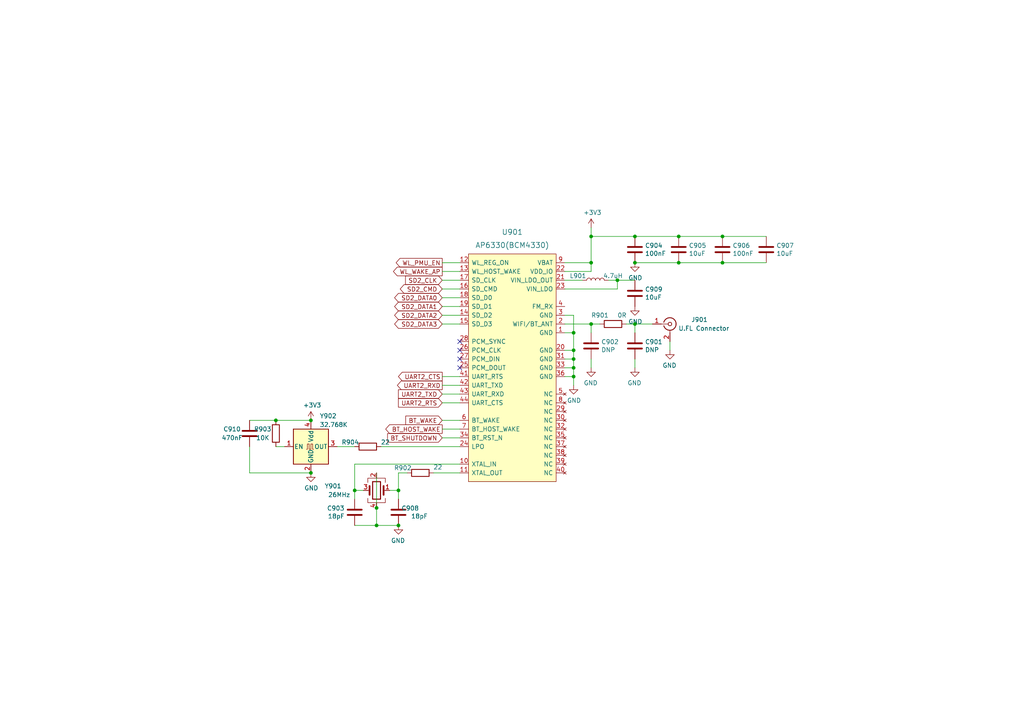
<source format=kicad_sch>
(kicad_sch (version 20211123) (generator eeschema)
  (paper "A4")
  (title_block (title "NekoInk Mainboard") (date "2021-09-28") (rev "R0.2") (company "Copyright 2021 Wenting Zhang") (comment 2 "MERCHANTABILITY, SATISFACTORY QUALITY AND FITNESS FOR A PARTICULAR PURPOSE.") (comment 3 "This source is distributed WITHOUT ANY EXPRESS OR IMPLIED WARRANTY, INCLUDING OF") (comment 4 "This source describes Open Hardware and is licensed under the CERN-OHL-P v2."))
  (lib_symbols
    (symbol "Connector:Conn_Coaxial" (pin_names (offset 1.016) hide)
      (property "Reference" "J" (at 0.254 3.048 0))
      (property "Value" "Conn_Coaxial" (at 2.921 0 90))
      (symbol "Conn_Coaxial_0_1"
        (arc (start -1.778 -0.508) (mid 0.2311 -1.8066) (end 1.778 0) (stroke (width 0.254)))
        (polyline (pts (xy -2.54 0) (xy -0.508 0)))
        (polyline (pts (xy 0 -2.54) (xy 0 -1.778)))
        (circle (center 0 0) (radius 0.508) (stroke (width 0.2032)))
        (arc (start 1.778 0) (mid 0.2099 1.8101) (end -1.778 0.508) (stroke (width 0.254)))
      )
      (symbol "Conn_Coaxial_1_1"
        (pin passive line (at -5.08 0 0) (length 2.54) (name "In") (number "1"))
        (pin passive line (at 0 -5.08 90) (length 2.54) (name "Ext") (number "2"))
      )
    )
    (symbol "Device:C" (pin_numbers hide) (pin_names (offset 0.254))
      (property "Reference" "C" (at 0.635 2.54 0))
      (property "Value" "C" (at 0.635 -2.54 0))
      (symbol "C_0_1"
        (polyline (pts (xy -2.032 -0.762) (xy 2.032 -0.762)) (stroke (width 0.508)))
        (polyline (pts (xy -2.032 0.762) (xy 2.032 0.762)) (stroke (width 0.508)))
      )
      (symbol "C_1_1"
        (pin passive line (at 0 3.81 270) (length 2.794) (name "~") (number "1"))
        (pin passive line (at 0 -3.81 90) (length 2.794) (name "~") (number "2"))
      )
    )
    (symbol "Device:Crystal_GND24" (pin_names (offset 1.016) hide)
      (property "Reference" "Y" (at 3.175 5.08 0))
      (property "Value" "Crystal_GND24" (at 3.175 3.175 0))
      (symbol "Crystal_GND24_0_1"
        (rectangle (start -1.143 2.54) (end 1.143 -2.54) (stroke (width 0.3048)))
        (polyline (pts (xy -2.54 0) (xy -2.032 0)))
        (polyline (pts (xy -2.032 -1.27) (xy -2.032 1.27)) (stroke (width 0.508)))
        (polyline (pts (xy 0 -3.81) (xy 0 -3.556)))
        (polyline (pts (xy 0 3.556) (xy 0 3.81)))
        (polyline (pts (xy 2.032 -1.27) (xy 2.032 1.27)) (stroke (width 0.508)))
        (polyline (pts (xy 2.032 0) (xy 2.54 0)))
        (polyline (pts (xy -2.54 -2.286) (xy -2.54 -3.556) (xy 2.54 -3.556) (xy 2.54 -2.286)))
        (polyline (pts (xy -2.54 2.286) (xy -2.54 3.556) (xy 2.54 3.556) (xy 2.54 2.286)))
      )
      (symbol "Crystal_GND24_1_1"
        (pin passive line (at -3.81 0 0) (length 1.27) (name "1") (number "1"))
        (pin passive line (at 0 5.08 270) (length 1.27) (name "2") (number "2"))
        (pin passive line (at 3.81 0 180) (length 1.27) (name "3") (number "3"))
        (pin passive line (at 0 -5.08 90) (length 1.27) (name "4") (number "4"))
      )
    )
    (symbol "Device:L" (pin_numbers hide) (pin_names (offset 1.016) hide)
      (property "Reference" "L" (at -1.27 0 90))
      (property "Value" "L" (at 1.905 0 90))
      (symbol "L_0_1"
        (arc (start 0 -2.54) (mid 0.635 -1.905) (end 0 -1.27))
        (arc (start 0 -1.27) (mid 0.635 -0.635) (end 0 0))
        (arc (start 0 0) (mid 0.635 0.635) (end 0 1.27))
        (arc (start 0 1.27) (mid 0.635 1.905) (end 0 2.54))
      )
      (symbol "L_1_1"
        (pin passive line (at 0 3.81 270) (length 1.27) (name "1") (number "1"))
        (pin passive line (at 0 -3.81 90) (length 1.27) (name "2") (number "2"))
      )
    )
    (symbol "Device:R" (pin_numbers hide) (pin_names (offset 0))
      (property "Reference" "R" (at 2.032 0 90))
      (property "Value" "R" (at 0 0 90))
      (symbol "R_0_1"
        (rectangle (start -1.016 -2.54) (end 1.016 2.54) (stroke (width 0.254)))
      )
      (symbol "R_1_1"
        (pin passive line (at 0 3.81 270) (length 1.27) (name "~") (number "1"))
        (pin passive line (at 0 -3.81 90) (length 1.27) (name "~") (number "2"))
      )
    )
    (symbol "Oscillator:ASE-xxxMHz" (pin_names (offset 0.254))
      (property "Reference" "X" (at -5.08 6.35 0))
      (property "Value" "ASE-xxxMHz" (at 1.27 -6.35 0))
      (symbol "ASE-xxxMHz_0_1"
        (rectangle (start -5.08 5.08) (end 5.08 -5.08) (stroke (width 0.254)) (fill (type background)))
        (polyline (pts (xy -1.27 -0.762) (xy -1.016 -0.762) (xy -1.016 0.762) (xy -0.508 0.762) (xy -0.508 -0.762) (xy 0 -0.762) (xy 0 0.762) (xy 0.508 0.762) (xy 0.508 -0.762) (xy 0.762 -0.762)))
      )
      (symbol "ASE-xxxMHz_1_1"
        (pin input line (at -7.62 0 0) (length 2.54) (name "EN") (number "1"))
        (pin power_in line (at 0 -7.62 90) (length 2.54) (name "GND") (number "2"))
        (pin output line (at 7.62 0 180) (length 2.54) (name "OUT") (number "3"))
        (pin power_in line (at 0 7.62 270) (length 2.54) (name "Vdd") (number "4"))
      )
    )
    (symbol "power:+3V3" (power) (pin_names (offset 0))
      (property "Value" "+3V3" (at 0 3.556 0))
      (symbol "+3V3_0_1"
        (polyline (pts (xy -0.762 1.27) (xy 0 2.54)))
        (polyline (pts (xy 0 0) (xy 0 2.54)))
        (polyline (pts (xy 0 2.54) (xy 0.762 1.27)))
      )
      (symbol "+3V3_1_1"
        (pin power_in line (at 0 0 90) (length 0) hide (name "+3V3") (number "1"))
      )
    )
    (symbol "power:GND" (power) (pin_names (offset 0))
      (property "Value" "GND" (at 0 -3.81 0))
      (symbol "GND_0_1"
        (polyline (pts (xy 0 0) (xy 0 -1.27) (xy 1.27 -1.27) (xy 0 -2.54) (xy -1.27 -1.27) (xy 0 -1.27)))
      )
      (symbol "GND_1_1"
        (pin power_in line (at 0 0 270) (length 0) hide (name "GND") (number "1"))
      )
    )
    (symbol "symbols:AP6330(BCM4330)" (pin_names (offset 0.889))
      (property "Reference" "U" (at -10.16 34.925 0))
      (property "Value" "AP6330(BCM4330)" (at 0 -34.925 0))
      (symbol "AP6330(BCM4330)_0_1"
        (rectangle (start 12.7 33.02) (end -12.7 -33.02) (fill (type background)))
      )
      (symbol "AP6330(BCM4330)_1_1"
        (pin power_in line (at 15.24 10.16 180) (length 2.4892) (name "GND") (number "1"))
        (pin input line (at -15.24 -27.94 0) (length 2.4892) (name "XTAL_IN") (number "10"))
        (pin output line (at -15.24 -30.48 0) (length 2.4892) (name "XTAL_OUT") (number "11"))
        (pin input line (at -15.24 30.48 0) (length 2.4892) (name "WL_REG_ON") (number "12"))
        (pin output line (at -15.24 27.94 0) (length 2.4892) (name "WL_HOST_WAKE") (number "13"))
        (pin bidirectional line (at -15.24 15.24 0) (length 2.4892) (name "SD_D2") (number "14"))
        (pin bidirectional line (at -15.24 12.7 0) (length 2.4892) (name "SD_D3") (number "15"))
        (pin bidirectional line (at -15.24 22.86 0) (length 2.4892) (name "SD_CMD") (number "16"))
        (pin input line (at -15.24 25.4 0) (length 2.4892) (name "SD_CLK") (number "17"))
        (pin bidirectional line (at -15.24 20.32 0) (length 2.4892) (name "SD_D0") (number "18"))
        (pin bidirectional line (at -15.24 17.78 0) (length 2.4892) (name "SD_D1") (number "19"))
        (pin bidirectional line (at 15.24 12.7 180) (length 2.4892) (name "WIFI/BT_ANT") (number "2"))
        (pin power_in line (at 15.24 5.08 180) (length 2.4892) (name "GND") (number "20"))
        (pin power_out line (at 15.24 25.4 180) (length 2.4892) (name "VIN_LDO_OUT") (number "21"))
        (pin power_in line (at 15.24 27.94 180) (length 2.4892) (name "VDD_IO") (number "22"))
        (pin power_in line (at 15.24 22.86 180) (length 2.4892) (name "VIN_LDO") (number "23"))
        (pin bidirectional line (at -15.24 -22.86 0) (length 2.4892) (name "LPO") (number "24"))
        (pin output line (at -15.24 0 0) (length 2.4892) (name "PCM_DOUT") (number "25"))
        (pin input line (at -15.24 5.08 0) (length 2.4892) (name "PCM_CLK") (number "26"))
        (pin input line (at -15.24 2.54 0) (length 2.4892) (name "PCM_DIN") (number "27"))
        (pin input line (at -15.24 7.62 0) (length 2.4892) (name "PCM_SYNC") (number "28"))
        (pin no_connect line (at 15.24 -12.7 180) (length 2.4892) (name "NC") (number "29"))
        (pin power_in line (at 15.24 15.24 180) (length 2.4892) (name "GND") (number "3"))
        (pin no_connect line (at 15.24 -15.24 180) (length 2.4892) (name "NC") (number "30"))
        (pin power_in line (at 15.24 2.54 180) (length 2.4892) (name "GND") (number "31"))
        (pin no_connect line (at 15.24 -17.78 180) (length 2.4892) (name "NC") (number "32"))
        (pin power_in line (at 15.24 0 180) (length 2.4892) (name "GND") (number "33"))
        (pin input line (at -15.24 -20.32 0) (length 2.4892) (name "BT_RST_N") (number "34"))
        (pin no_connect line (at 15.24 -20.32 180) (length 2.4892) (name "NC") (number "35"))
        (pin power_in line (at 15.24 -2.54 180) (length 2.4892) (name "GND") (number "36"))
        (pin no_connect line (at 15.24 -22.86 180) (length 2.4892) (name "NC") (number "37"))
        (pin no_connect line (at 15.24 -25.4 180) (length 2.4892) (name "NC") (number "38"))
        (pin no_connect line (at 15.24 -27.94 180) (length 2.4892) (name "NC") (number "39"))
        (pin input line (at 15.24 17.78 180) (length 2.4892) (name "FM_RX") (number "4"))
        (pin no_connect line (at 15.24 -30.48 180) (length 2.4892) (name "NC") (number "40"))
        (pin output line (at -15.24 -2.54 0) (length 2.4892) (name "UART_RTS") (number "41"))
        (pin output line (at -15.24 -5.08 0) (length 2.4892) (name "UART_TXD") (number "42"))
        (pin input line (at -15.24 -7.62 0) (length 2.4892) (name "UART_RXD") (number "43"))
        (pin input line (at -15.24 -10.16 0) (length 2.4892) (name "UART_CTS") (number "44"))
        (pin no_connect line (at 15.24 -7.62 180) (length 2.4892) (name "NC") (number "5"))
        (pin input line (at -15.24 -15.24 0) (length 2.4892) (name "BT_WAKE") (number "6"))
        (pin output line (at -15.24 -17.78 0) (length 2.4892) (name "BT_HOST_WAKE") (number "7"))
        (pin no_connect line (at 15.24 -10.16 180) (length 2.4892) (name "NC") (number "8"))
        (pin power_in line (at 15.24 30.48 180) (length 2.4892) (name "VBAT") (number "9"))
      )
    )
  )
  (junction (at 115.57 152.4) (diameter 0.9144))
  (junction (at 166.37 101.6))
  (junction (at 171.45 68.58))
  (junction (at 166.37 96.52))
  (junction (at 171.45 93.98) (diameter 0.9144))
  (junction (at 184.15 68.58))
  (junction (at 184.15 76.2))
  (junction (at 80.01 121.92))
  (junction (at 90.17 121.92))
  (junction (at 166.37 106.68) (diameter 0.9144))
  (junction (at 109.22 152.4) (diameter 0.9144))
  (junction (at 109.22 147.32) (diameter 0.9144))
  (junction (at 196.85 68.58))
  (junction (at 166.37 109.22) (diameter 0.9144))
  (junction (at 90.17 137.16))
  (junction (at 184.15 93.98))
  (junction (at 209.55 68.58))
  (junction (at 171.45 76.2) (diameter 0.9144))
  (junction (at 179.07 81.28))
  (junction (at 115.57 142.24) (diameter 0.9144))
  (junction (at 209.55 76.2))
  (junction (at 102.87 142.24))
  (junction (at 196.85 76.2))
  (junction (at 166.37 104.14) (diameter 0.9144))
  (no_connect (at 133.35 101.6))
  (no_connect (at 133.35 106.68))
  (no_connect (at 133.35 99.06))
  (no_connect (at 133.35 104.14))
  (wire (pts (xy 166.37 109.22) (xy 166.37 111.76)))
  (wire (pts (xy 128.27 124.46) (xy 133.35 124.46)))
  (wire (pts (xy 189.23 93.98) (xy 184.15 93.98)))
  (wire (pts (xy 72.39 121.92) (xy 80.01 121.92)))
  (wire (pts (xy 102.87 142.24) (xy 105.41 142.24)))
  (wire (pts (xy 163.83 96.52) (xy 166.37 96.52)))
  (wire (pts (xy 109.22 137.16) (xy 109.22 147.32)))
  (wire (pts (xy 102.87 144.78) (xy 102.87 142.24)))
  (wire (pts (xy 194.31 101.6) (xy 194.31 99.06)))
  (wire (pts (xy 115.57 144.78) (xy 115.57 142.24)))
  (wire (pts (xy 80.01 129.54) (xy 82.55 129.54)))
  (wire (pts (xy 222.25 76.2) (xy 209.55 76.2)))
  (wire (pts (xy 128.27 91.44) (xy 133.35 91.44)))
  (wire (pts (xy 171.45 96.52) (xy 171.45 93.98)))
  (wire (pts (xy 128.27 78.74) (xy 133.35 78.74)))
  (wire (pts (xy 196.85 76.2) (xy 209.55 76.2)))
  (wire (pts (xy 166.37 101.6) (xy 166.37 104.14)))
  (wire (pts (xy 102.87 134.62) (xy 133.35 134.62)))
  (wire (pts (xy 128.27 127) (xy 133.35 127)))
  (wire (pts (xy 166.37 106.68) (xy 166.37 109.22)))
  (wire (pts (xy 171.45 68.58) (xy 184.15 68.58)))
  (wire (pts (xy 184.15 68.58) (xy 196.85 68.58)))
  (wire (pts (xy 196.85 68.58) (xy 209.55 68.58)))
  (wire (pts (xy 209.55 68.58) (xy 222.25 68.58)))
  (wire (pts (xy 171.45 66.04) (xy 171.45 68.58)))
  (wire (pts (xy 171.45 68.58) (xy 171.45 76.2)))
  (wire (pts (xy 163.83 93.98) (xy 171.45 93.98)))
  (wire (pts (xy 115.57 142.24) (xy 115.57 137.16)))
  (wire (pts (xy 128.27 114.3) (xy 133.35 114.3)))
  (wire (pts (xy 102.87 134.62) (xy 102.87 142.24)))
  (wire (pts (xy 163.83 78.74) (xy 171.45 78.74)))
  (wire (pts (xy 102.87 152.4) (xy 109.22 152.4)))
  (wire (pts (xy 176.53 81.28) (xy 179.07 81.28)))
  (wire (pts (xy 179.07 81.28) (xy 179.07 83.82)))
  (wire (pts (xy 179.07 83.82) (xy 163.83 83.82)))
  (wire (pts (xy 128.27 88.9) (xy 133.35 88.9)))
  (wire (pts (xy 163.83 104.14) (xy 166.37 104.14)))
  (wire (pts (xy 72.39 137.16) (xy 90.17 137.16)))
  (wire (pts (xy 184.15 96.52) (xy 184.15 93.98)))
  (wire (pts (xy 128.27 86.36) (xy 133.35 86.36)))
  (wire (pts (xy 163.83 91.44) (xy 166.37 91.44)))
  (wire (pts (xy 166.37 91.44) (xy 166.37 96.52)))
  (wire (pts (xy 166.37 96.52) (xy 166.37 101.6)))
  (wire (pts (xy 171.45 104.14) (xy 171.45 106.68)))
  (wire (pts (xy 113.03 142.24) (xy 115.57 142.24)))
  (wire (pts (xy 163.83 106.68) (xy 166.37 106.68)))
  (wire (pts (xy 80.01 121.92) (xy 90.17 121.92)))
  (wire (pts (xy 128.27 121.92) (xy 133.35 121.92)))
  (wire (pts (xy 128.27 116.84) (xy 133.35 116.84)))
  (wire (pts (xy 171.45 76.2) (xy 171.45 78.74)))
  (wire (pts (xy 179.07 81.28) (xy 184.15 81.28)))
  (wire (pts (xy 72.39 129.54) (xy 72.39 137.16)))
  (wire (pts (xy 163.83 109.22) (xy 166.37 109.22)))
  (wire (pts (xy 171.45 93.98) (xy 173.99 93.98)))
  (wire (pts (xy 166.37 104.14) (xy 166.37 106.68)))
  (wire (pts (xy 163.83 81.28) (xy 168.91 81.28)))
  (wire (pts (xy 181.61 93.98) (xy 184.15 93.98)))
  (wire (pts (xy 196.85 76.2) (xy 184.15 76.2)))
  (wire (pts (xy 163.83 101.6) (xy 166.37 101.6)))
  (wire (pts (xy 109.22 152.4) (xy 115.57 152.4)))
  (wire (pts (xy 109.22 147.32) (xy 109.22 152.4)))
  (wire (pts (xy 102.87 129.54) (xy 97.79 129.54)))
  (wire (pts (xy 128.27 111.76) (xy 133.35 111.76)))
  (wire (pts (xy 128.27 83.82) (xy 133.35 83.82)))
  (wire (pts (xy 128.27 93.98) (xy 133.35 93.98)))
  (wire (pts (xy 128.27 76.2) (xy 133.35 76.2)))
  (wire (pts (xy 184.15 104.14) (xy 184.15 106.68)))
  (wire (pts (xy 128.27 109.22) (xy 133.35 109.22)))
  (wire (pts (xy 128.27 81.28) (xy 133.35 81.28)))
  (wire (pts (xy 163.83 76.2) (xy 171.45 76.2)))
  (wire (pts (xy 115.57 137.16) (xy 118.11 137.16)))
  (wire (pts (xy 125.73 137.16) (xy 133.35 137.16)))
  (wire (pts (xy 110.49 129.54) (xy 133.35 129.54)))
  (global_label "UART2_RTS" (shape input) (at 128.27 116.84 180) (property "Intersheet References" "${INTERSHEET_REFS}" (effects hide)))
  (global_label "UART2_RXD" (shape output) (at 128.27 111.76 180) (property "Intersheet References" "${INTERSHEET_REFS}" (effects hide)))
  (global_label "SD2_DATA0" (shape bidirectional) (at 128.27 86.36 180) (property "Intersheet References" "${INTERSHEET_REFS}" (effects hide)))
  (global_label "SD2_DATA2" (shape bidirectional) (at 128.27 91.44 180) (property "Intersheet References" "${INTERSHEET_REFS}" (effects hide)))
  (global_label "SD2_CLK" (shape input) (at 128.27 81.28 180) (property "Intersheet References" "${INTERSHEET_REFS}" (effects hide)))
  (global_label "UART2_TXD" (shape input) (at 128.27 114.3 180) (property "Intersheet References" "${INTERSHEET_REFS}" (effects hide)))
  (global_label "WL_PMU_EN" (shape output) (at 128.27 76.2 180) (property "Intersheet References" "${INTERSHEET_REFS}" (effects hide)))
  (global_label "BT_HOST_WAKE" (shape output) (at 128.27 124.46 180) (property "Intersheet References" "${INTERSHEET_REFS}" (effects hide)))
  (global_label "SD2_CMD" (shape bidirectional) (at 128.27 83.82 180) (property "Intersheet References" "${INTERSHEET_REFS}" (effects hide)))
  (global_label "BT_SHUTDOWN" (shape input) (at 128.27 127 180) (property "Intersheet References" "${INTERSHEET_REFS}" (effects hide)))
  (global_label "BT_WAKE" (shape input) (at 128.27 121.92 180) (property "Intersheet References" "${INTERSHEET_REFS}" (effects hide)))
  (global_label "WL_WAKE_AP" (shape output) (at 128.27 78.74 180) (property "Intersheet References" "${INTERSHEET_REFS}" (effects hide)))
  (global_label "SD2_DATA3" (shape bidirectional) (at 128.27 93.98 180) (property "Intersheet References" "${INTERSHEET_REFS}" (effects hide)))
  (global_label "UART2_CTS" (shape output) (at 128.27 109.22 180) (property "Intersheet References" "${INTERSHEET_REFS}" (effects hide)))
  (global_label "SD2_DATA1" (shape bidirectional) (at 128.27 88.9 180) (property "Intersheet References" "${INTERSHEET_REFS}" (effects hide)))
  (symbol (lib_id "Device:C") (at 102.87 148.59 0) (mirror y) (unit 1)
    (property "Reference" "C903" (at 99.949 147.4216 0) (effects (justify left)))
    (property "Value" "18pF" (at 99.949 149.733 0) (effects (justify left)))
    (property "Footprint" "Capacitor_SMD:C_0402_1005Metric" (effects hide))
  )
  (symbol (lib_id "power:GND") (at 184.15 88.9 0) (unit 1)
    (property "Reference" "#PWR0908" (effects hide))
    (property "Value" "GND" (at 184.277 93.2942 0))
  )
  (symbol (lib_id "power:GND") (at 166.37 111.76 0) (unit 1)
    (property "Reference" "#PWR0905" (effects hide))
    (property "Value" "GND" (at 166.497 116.1542 0))
  )
  (symbol (lib_id "power:GND") (at 184.15 76.2 0) (unit 1)
    (property "Reference" "#PWR0907" (effects hide))
    (property "Value" "GND" (at 184.277 80.5942 0))
  )
  (symbol (lib_id "Device:R") (at 177.8 93.98 270) (unit 1)
    (property "Reference" "R901" (at 171.45 91.44 90) (effects (justify left)))
    (property "Value" "0R" (at 179.07 91.44 90) (effects (justify left)))
    (property "Footprint" "Resistor_SMD:R_0402_1005Metric" (effects hide))
  )
  (symbol (lib_id "Device:C") (at 209.55 72.39 0) (unit 1)
    (property "Reference" "C906" (at 212.471 71.2216 0) (effects (justify left)))
    (property "Value" "100nF" (at 212.471 73.533 0) (effects (justify left)))
    (property "Footprint" "Capacitor_SMD:C_0402_1005Metric" (effects hide))
  )
  (symbol (lib_id "Oscillator:ASE-xxxMHz") (at 90.17 129.54 0) (unit 1)
    (property "Reference" "Y902" (at 92.71 120.65 0) (effects (justify left)))
    (property "Value" "32.768K" (at 92.71 123.19 0) (effects (justify left)))
    (property "Footprint" "Oscillator:Oscillator_SMD_Abracon_ASE-4Pin_3.2x2.5mm" (effects hide))
    (property "Datasheet" "http://www.abracon.com/Oscillators/ASV.pdf" (effects hide))
  )
  (symbol (lib_id "Device:Crystal_GND24") (at 109.22 142.24 0) (mirror y) (unit 1)
    (property "Reference" "Y901" (at 99.06 140.97 0) (effects (justify left)))
    (property "Value" "26MHz" (at 101.6 143.51 0) (effects (justify left)))
    (property "Footprint" "Oscillator:Oscillator_SMD_Abracon_ASE-4Pin_3.2x2.5mm" (effects hide))
  )
  (symbol (lib_id "power:GND") (at 90.17 137.16 0) (unit 1)
    (property "Reference" "#PWR0910" (effects hide))
    (property "Value" "GND" (at 90.297 141.5542 0))
  )
  (symbol (lib_id "Device:C") (at 184.15 72.39 0) (unit 1)
    (property "Reference" "C904" (at 187.071 71.2216 0) (effects (justify left)))
    (property "Value" "100nF" (at 187.071 73.533 0) (effects (justify left)))
    (property "Footprint" "Capacitor_SMD:C_0402_1005Metric" (effects hide))
  )
  (symbol (lib_id "Device:C") (at 222.25 72.39 0) (unit 1)
    (property "Reference" "C907" (at 225.171 71.2216 0) (effects (justify left)))
    (property "Value" "10uF" (at 225.171 73.533 0) (effects (justify left)))
    (property "Footprint" "Capacitor_SMD:C_0603_1608Metric" (effects hide))
  )
  (symbol (lib_id "power:GND") (at 171.45 106.68 0) (mirror y) (unit 1)
    (property "Reference" "#PWR0903" (effects hide))
    (property "Value" "GND" (at 171.323 111.0742 0))
  )
  (symbol (lib_id "Device:C") (at 184.15 85.09 0) (unit 1)
    (property "Reference" "C909" (at 187.071 83.9216 0) (effects (justify left)))
    (property "Value" "10uF" (at 187.071 86.233 0) (effects (justify left)))
    (property "Footprint" "Capacitor_SMD:C_0603_1608Metric" (effects hide))
  )
  (symbol (lib_id "Device:C") (at 72.39 125.73 180) (unit 1)
    (property "Reference" "C910" (at 67.31 124.46 0))
    (property "Value" "470nF" (at 67.31 127 0))
    (property "Footprint" "Capacitor_SMD:C_0402_1005Metric" (effects hide))
  )
  (symbol (lib_id "power:GND") (at 194.31 101.6 0) (mirror y) (unit 1)
    (property "Reference" "#PWR0901" (effects hide))
    (property "Value" "GND" (at 194.183 105.9942 0))
  )
  (symbol (lib_id "Device:C") (at 196.85 72.39 0) (unit 1)
    (property "Reference" "C905" (at 199.771 71.2216 0) (effects (justify left)))
    (property "Value" "10uF" (at 199.771 73.533 0) (effects (justify left)))
    (property "Footprint" "Capacitor_SMD:C_0603_1608Metric" (effects hide))
  )
  (symbol (lib_id "power:GND") (at 184.15 106.68 0) (mirror y) (unit 1)
    (property "Reference" "#PWR0902" (effects hide))
    (property "Value" "GND" (at 184.023 111.0742 0))
  )
  (symbol (lib_id "Device:R") (at 106.68 129.54 90) (unit 1)
    (property "Reference" "R904" (at 101.6 128.27 90))
    (property "Value" "22" (at 111.76 128.27 90))
    (property "Footprint" "Capacitor_SMD:C_0402_1005Metric" (effects hide))
  )
  (symbol (lib_id "symbols:AP6330(BCM4330)") (at 148.59 106.68 0) (unit 1)
    (property "Reference" "U901" (at 148.59 67.31 0) (effects (font (size 1.524 1.524))))
    (property "Value" "AP6330(BCM4330)" (at 148.59 71.12 0) (effects (font (size 1.524 1.524))))
    (property "Footprint" "footprints:RL-SM02BD(RTL8723BS)" (effects hide))
  )
  (symbol (lib_id "Device:L") (at 172.72 81.28 90) (unit 1)
    (property "Reference" "L901" (at 167.64 80.01 90))
    (property "Value" "4.7uH" (at 177.8 80.01 90))
    (property "Footprint" "footprints:L_1212" (effects hide))
  )
  (symbol (lib_id "Device:R") (at 121.92 137.16 90) (mirror x) (unit 1)
    (property "Reference" "R902" (at 116.84 135.7122 90))
    (property "Value" "22" (at 127 135.4836 90))
    (property "Footprint" "Resistor_SMD:R_0402_1005Metric" (effects hide))
  )
  (symbol (lib_id "Device:C") (at 184.15 100.33 180) (unit 1)
    (property "Reference" "C901" (at 187.071 99.1616 0) (effects (justify right)))
    (property "Value" "DNP" (at 187.071 101.473 0) (effects (justify right)))
    (property "Footprint" "Capacitor_SMD:C_0402_1005Metric" (effects hide))
  )
  (symbol (lib_id "Device:C") (at 171.45 100.33 180) (unit 1)
    (property "Reference" "C902" (at 174.371 99.1616 0) (effects (justify right)))
    (property "Value" "DNP" (at 174.371 101.473 0) (effects (justify right)))
    (property "Footprint" "Capacitor_SMD:C_0402_1005Metric" (effects hide))
  )
  (symbol (lib_id "Device:R") (at 80.01 125.73 0) (unit 1)
    (property "Reference" "R903" (at 76.2 124.46 0))
    (property "Value" "10K" (at 76.2 127 0))
    (property "Footprint" "Capacitor_SMD:C_0402_1005Metric" (effects hide))
  )
  (symbol (lib_id "Device:C") (at 115.57 148.59 0) (mirror y) (unit 1)
    (property "Reference" "C908" (at 121.539 147.4216 0) (effects (justify left)))
    (property "Value" "18pF" (at 124.079 149.733 0) (effects (justify left)))
    (property "Footprint" "Capacitor_SMD:C_0402_1005Metric" (effects hide))
  )
  (symbol (lib_id "Connector:Conn_Coaxial") (at 194.31 93.98 0) (unit 1)
    (property "Reference" "J901" (at 202.8825 92.71 0))
    (property "Value" "U.FL Connector" (at 204.1525 95.25 0))
    (property "Footprint" "Connector_Coaxial:U.FL_Molex_MCRF_73412-0110_Vertical" (effects hide))
    (property "Datasheet" " ~" (effects hide))
  )
  (symbol (lib_id "power:+3V3") (at 90.17 121.92 0) (unit 1)
    (property "Reference" "#PWR0909" (effects hide))
    (property "Value" "+3V3" (at 90.551 117.5258 0))
  )
  (symbol (lib_id "power:GND") (at 115.57 152.4 0) (mirror y) (unit 1)
    (property "Reference" "#PWR0904" (effects hide))
    (property "Value" "GND" (at 115.443 156.7942 0))
  )
  (symbol (lib_id "power:+3V3") (at 171.45 66.04 0) (unit 1)
    (property "Reference" "#PWR0906" (effects hide))
    (property "Value" "+3V3" (at 171.831 61.6458 0))
  )
)
</source>
